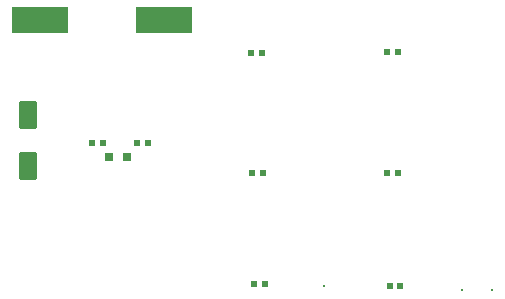
<source format=gbr>
G04*
G04 #@! TF.GenerationSoftware,Altium Limited,Altium Designer,23.10.1 (27)*
G04*
G04 Layer_Color=8421504*
%FSLAX42Y42*%
%MOMM*%
G71*
G04*
G04 #@! TF.SameCoordinates,D45A84C9-24EE-431E-81B0-E16C7BED9CBD*
G04*
G04*
G04 #@! TF.FilePolarity,Positive*
G04*
G01*
G75*
%ADD21C,0.25*%
G04:AMPARAMS|DCode=22|XSize=0.55mm|YSize=0.5mm|CornerRadius=0.06mm|HoleSize=0mm|Usage=FLASHONLY|Rotation=270.000|XOffset=0mm|YOffset=0mm|HoleType=Round|Shape=RoundedRectangle|*
%AMROUNDEDRECTD22*
21,1,0.55,0.38,0,0,270.0*
21,1,0.43,0.50,0,0,270.0*
1,1,0.13,-0.19,-0.21*
1,1,0.13,-0.19,0.21*
1,1,0.13,0.19,0.21*
1,1,0.13,0.19,-0.21*
%
%ADD22ROUNDEDRECTD22*%
%ADD23R,4.75X2.30*%
G04:AMPARAMS|DCode=24|XSize=2.33mm|YSize=1.55mm|CornerRadius=0.19mm|HoleSize=0mm|Usage=FLASHONLY|Rotation=270.000|XOffset=0mm|YOffset=0mm|HoleType=Round|Shape=RoundedRectangle|*
%AMROUNDEDRECTD24*
21,1,2.33,1.16,0,0,270.0*
21,1,1.94,1.55,0,0,270.0*
1,1,0.39,-0.58,-0.97*
1,1,0.39,-0.58,0.97*
1,1,0.39,0.58,0.97*
1,1,0.39,0.58,-0.97*
%
%ADD24ROUNDEDRECTD24*%
%ADD25R,0.80X0.80*%
D21*
X4572Y-4483D02*
D03*
X5740Y-4521D02*
D03*
X5994D02*
D03*
D22*
X5130Y-4483D02*
D03*
X5220D02*
D03*
X2699Y-3277D02*
D03*
X2609D02*
D03*
X3080D02*
D03*
X2990D02*
D03*
X3981Y-4470D02*
D03*
X4071D02*
D03*
X3956Y-2515D02*
D03*
X4046D02*
D03*
X3968Y-3531D02*
D03*
X4058D02*
D03*
X5111Y-2502D02*
D03*
X5201D02*
D03*
X5111Y-3531D02*
D03*
X5201D02*
D03*
D23*
X3215Y-2235D02*
D03*
X2170D02*
D03*
D24*
X2070Y-3467D02*
D03*
Y-3040D02*
D03*
D25*
X2756Y-3391D02*
D03*
X2906D02*
D03*
M02*

</source>
